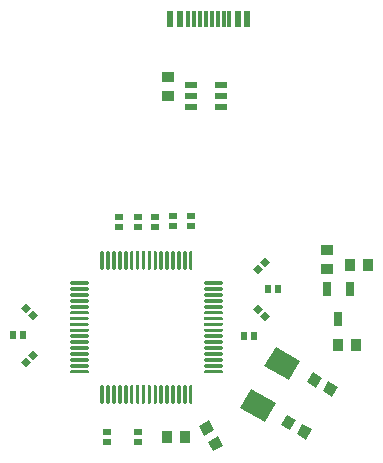
<source format=gbr>
%TF.GenerationSoftware,KiCad,Pcbnew,(5.1.8)-1*%
%TF.CreationDate,2021-05-09T22:55:32+08:00*%
%TF.ProjectId,ccd_with_stm32,6363645f-7769-4746-985f-73746d33322e,rev?*%
%TF.SameCoordinates,Original*%
%TF.FileFunction,Paste,Top*%
%TF.FilePolarity,Positive*%
%FSLAX46Y46*%
G04 Gerber Fmt 4.6, Leading zero omitted, Abs format (unit mm)*
G04 Created by KiCad (PCBNEW (5.1.8)-1) date 2021-05-09 22:55:32*
%MOMM*%
%LPD*%
G01*
G04 APERTURE LIST*
%ADD10R,0.700000X1.250000*%
%ADD11C,0.100000*%
%ADD12R,0.600000X1.450000*%
%ADD13R,0.300000X1.450000*%
%ADD14R,0.980000X0.930000*%
%ADD15R,0.650000X0.600000*%
%ADD16R,0.600000X0.650000*%
%ADD17R,0.930000X0.980000*%
%ADD18R,1.000000X0.600000*%
G04 APERTURE END LIST*
D10*
%TO.C,U4*%
X152150000Y-109800000D03*
X151200000Y-107300000D03*
X153100000Y-107300000D03*
%TD*%
D11*
%TO.C,Y1*%
G36*
X143835770Y-117373076D02*
G01*
X144785770Y-115727628D01*
X146864230Y-116927628D01*
X145914230Y-118573076D01*
X143835770Y-117373076D01*
G37*
G36*
X145885770Y-113822372D02*
G01*
X146835770Y-112176924D01*
X148914230Y-113376924D01*
X147964230Y-115022372D01*
X145885770Y-113822372D01*
G37*
%TD*%
D12*
%TO.C,U3*%
X137930000Y-84435000D03*
X138730000Y-84435000D03*
X143630000Y-84435000D03*
X144430000Y-84435000D03*
X144430000Y-84435000D03*
X143630000Y-84435000D03*
X138730000Y-84435000D03*
X137930000Y-84435000D03*
D13*
X142930000Y-84435000D03*
X142430000Y-84435000D03*
X141930000Y-84435000D03*
X140930000Y-84435000D03*
X140430000Y-84435000D03*
X139930000Y-84435000D03*
X139430000Y-84435000D03*
X141430000Y-84435000D03*
%TD*%
%TO.C,U2*%
G36*
G01*
X139800000Y-115525000D02*
X139800000Y-116925000D01*
G75*
G02*
X139725000Y-117000000I-75000J0D01*
G01*
X139575000Y-117000000D01*
G75*
G02*
X139500000Y-116925000I0J75000D01*
G01*
X139500000Y-115525000D01*
G75*
G02*
X139575000Y-115450000I75000J0D01*
G01*
X139725000Y-115450000D01*
G75*
G02*
X139800000Y-115525000I0J-75000D01*
G01*
G37*
G36*
G01*
X139300000Y-115525000D02*
X139300000Y-116925000D01*
G75*
G02*
X139225000Y-117000000I-75000J0D01*
G01*
X139075000Y-117000000D01*
G75*
G02*
X139000000Y-116925000I0J75000D01*
G01*
X139000000Y-115525000D01*
G75*
G02*
X139075000Y-115450000I75000J0D01*
G01*
X139225000Y-115450000D01*
G75*
G02*
X139300000Y-115525000I0J-75000D01*
G01*
G37*
G36*
G01*
X138800000Y-115525000D02*
X138800000Y-116925000D01*
G75*
G02*
X138725000Y-117000000I-75000J0D01*
G01*
X138575000Y-117000000D01*
G75*
G02*
X138500000Y-116925000I0J75000D01*
G01*
X138500000Y-115525000D01*
G75*
G02*
X138575000Y-115450000I75000J0D01*
G01*
X138725000Y-115450000D01*
G75*
G02*
X138800000Y-115525000I0J-75000D01*
G01*
G37*
G36*
G01*
X138300000Y-115525000D02*
X138300000Y-116925000D01*
G75*
G02*
X138225000Y-117000000I-75000J0D01*
G01*
X138075000Y-117000000D01*
G75*
G02*
X138000000Y-116925000I0J75000D01*
G01*
X138000000Y-115525000D01*
G75*
G02*
X138075000Y-115450000I75000J0D01*
G01*
X138225000Y-115450000D01*
G75*
G02*
X138300000Y-115525000I0J-75000D01*
G01*
G37*
G36*
G01*
X137800000Y-115525000D02*
X137800000Y-116925000D01*
G75*
G02*
X137725000Y-117000000I-75000J0D01*
G01*
X137575000Y-117000000D01*
G75*
G02*
X137500000Y-116925000I0J75000D01*
G01*
X137500000Y-115525000D01*
G75*
G02*
X137575000Y-115450000I75000J0D01*
G01*
X137725000Y-115450000D01*
G75*
G02*
X137800000Y-115525000I0J-75000D01*
G01*
G37*
G36*
G01*
X137300000Y-115525000D02*
X137300000Y-116925000D01*
G75*
G02*
X137225000Y-117000000I-75000J0D01*
G01*
X137075000Y-117000000D01*
G75*
G02*
X137000000Y-116925000I0J75000D01*
G01*
X137000000Y-115525000D01*
G75*
G02*
X137075000Y-115450000I75000J0D01*
G01*
X137225000Y-115450000D01*
G75*
G02*
X137300000Y-115525000I0J-75000D01*
G01*
G37*
G36*
G01*
X136800000Y-115525000D02*
X136800000Y-116925000D01*
G75*
G02*
X136725000Y-117000000I-75000J0D01*
G01*
X136575000Y-117000000D01*
G75*
G02*
X136500000Y-116925000I0J75000D01*
G01*
X136500000Y-115525000D01*
G75*
G02*
X136575000Y-115450000I75000J0D01*
G01*
X136725000Y-115450000D01*
G75*
G02*
X136800000Y-115525000I0J-75000D01*
G01*
G37*
G36*
G01*
X136300000Y-115525000D02*
X136300000Y-116925000D01*
G75*
G02*
X136225000Y-117000000I-75000J0D01*
G01*
X136075000Y-117000000D01*
G75*
G02*
X136000000Y-116925000I0J75000D01*
G01*
X136000000Y-115525000D01*
G75*
G02*
X136075000Y-115450000I75000J0D01*
G01*
X136225000Y-115450000D01*
G75*
G02*
X136300000Y-115525000I0J-75000D01*
G01*
G37*
G36*
G01*
X135800000Y-115525000D02*
X135800000Y-116925000D01*
G75*
G02*
X135725000Y-117000000I-75000J0D01*
G01*
X135575000Y-117000000D01*
G75*
G02*
X135500000Y-116925000I0J75000D01*
G01*
X135500000Y-115525000D01*
G75*
G02*
X135575000Y-115450000I75000J0D01*
G01*
X135725000Y-115450000D01*
G75*
G02*
X135800000Y-115525000I0J-75000D01*
G01*
G37*
G36*
G01*
X135300000Y-115525000D02*
X135300000Y-116925000D01*
G75*
G02*
X135225000Y-117000000I-75000J0D01*
G01*
X135075000Y-117000000D01*
G75*
G02*
X135000000Y-116925000I0J75000D01*
G01*
X135000000Y-115525000D01*
G75*
G02*
X135075000Y-115450000I75000J0D01*
G01*
X135225000Y-115450000D01*
G75*
G02*
X135300000Y-115525000I0J-75000D01*
G01*
G37*
G36*
G01*
X134800000Y-115525000D02*
X134800000Y-116925000D01*
G75*
G02*
X134725000Y-117000000I-75000J0D01*
G01*
X134575000Y-117000000D01*
G75*
G02*
X134500000Y-116925000I0J75000D01*
G01*
X134500000Y-115525000D01*
G75*
G02*
X134575000Y-115450000I75000J0D01*
G01*
X134725000Y-115450000D01*
G75*
G02*
X134800000Y-115525000I0J-75000D01*
G01*
G37*
G36*
G01*
X134300000Y-115525000D02*
X134300000Y-116925000D01*
G75*
G02*
X134225000Y-117000000I-75000J0D01*
G01*
X134075000Y-117000000D01*
G75*
G02*
X134000000Y-116925000I0J75000D01*
G01*
X134000000Y-115525000D01*
G75*
G02*
X134075000Y-115450000I75000J0D01*
G01*
X134225000Y-115450000D01*
G75*
G02*
X134300000Y-115525000I0J-75000D01*
G01*
G37*
G36*
G01*
X133800000Y-115525000D02*
X133800000Y-116925000D01*
G75*
G02*
X133725000Y-117000000I-75000J0D01*
G01*
X133575000Y-117000000D01*
G75*
G02*
X133500000Y-116925000I0J75000D01*
G01*
X133500000Y-115525000D01*
G75*
G02*
X133575000Y-115450000I75000J0D01*
G01*
X133725000Y-115450000D01*
G75*
G02*
X133800000Y-115525000I0J-75000D01*
G01*
G37*
G36*
G01*
X133300000Y-115525000D02*
X133300000Y-116925000D01*
G75*
G02*
X133225000Y-117000000I-75000J0D01*
G01*
X133075000Y-117000000D01*
G75*
G02*
X133000000Y-116925000I0J75000D01*
G01*
X133000000Y-115525000D01*
G75*
G02*
X133075000Y-115450000I75000J0D01*
G01*
X133225000Y-115450000D01*
G75*
G02*
X133300000Y-115525000I0J-75000D01*
G01*
G37*
G36*
G01*
X132800000Y-115525000D02*
X132800000Y-116925000D01*
G75*
G02*
X132725000Y-117000000I-75000J0D01*
G01*
X132575000Y-117000000D01*
G75*
G02*
X132500000Y-116925000I0J75000D01*
G01*
X132500000Y-115525000D01*
G75*
G02*
X132575000Y-115450000I75000J0D01*
G01*
X132725000Y-115450000D01*
G75*
G02*
X132800000Y-115525000I0J-75000D01*
G01*
G37*
G36*
G01*
X132300000Y-115525000D02*
X132300000Y-116925000D01*
G75*
G02*
X132225000Y-117000000I-75000J0D01*
G01*
X132075000Y-117000000D01*
G75*
G02*
X132000000Y-116925000I0J75000D01*
G01*
X132000000Y-115525000D01*
G75*
G02*
X132075000Y-115450000I75000J0D01*
G01*
X132225000Y-115450000D01*
G75*
G02*
X132300000Y-115525000I0J-75000D01*
G01*
G37*
G36*
G01*
X131000000Y-114225000D02*
X131000000Y-114375000D01*
G75*
G02*
X130925000Y-114450000I-75000J0D01*
G01*
X129525000Y-114450000D01*
G75*
G02*
X129450000Y-114375000I0J75000D01*
G01*
X129450000Y-114225000D01*
G75*
G02*
X129525000Y-114150000I75000J0D01*
G01*
X130925000Y-114150000D01*
G75*
G02*
X131000000Y-114225000I0J-75000D01*
G01*
G37*
G36*
G01*
X131000000Y-113725000D02*
X131000000Y-113875000D01*
G75*
G02*
X130925000Y-113950000I-75000J0D01*
G01*
X129525000Y-113950000D01*
G75*
G02*
X129450000Y-113875000I0J75000D01*
G01*
X129450000Y-113725000D01*
G75*
G02*
X129525000Y-113650000I75000J0D01*
G01*
X130925000Y-113650000D01*
G75*
G02*
X131000000Y-113725000I0J-75000D01*
G01*
G37*
G36*
G01*
X131000000Y-113225000D02*
X131000000Y-113375000D01*
G75*
G02*
X130925000Y-113450000I-75000J0D01*
G01*
X129525000Y-113450000D01*
G75*
G02*
X129450000Y-113375000I0J75000D01*
G01*
X129450000Y-113225000D01*
G75*
G02*
X129525000Y-113150000I75000J0D01*
G01*
X130925000Y-113150000D01*
G75*
G02*
X131000000Y-113225000I0J-75000D01*
G01*
G37*
G36*
G01*
X131000000Y-112725000D02*
X131000000Y-112875000D01*
G75*
G02*
X130925000Y-112950000I-75000J0D01*
G01*
X129525000Y-112950000D01*
G75*
G02*
X129450000Y-112875000I0J75000D01*
G01*
X129450000Y-112725000D01*
G75*
G02*
X129525000Y-112650000I75000J0D01*
G01*
X130925000Y-112650000D01*
G75*
G02*
X131000000Y-112725000I0J-75000D01*
G01*
G37*
G36*
G01*
X131000000Y-112225000D02*
X131000000Y-112375000D01*
G75*
G02*
X130925000Y-112450000I-75000J0D01*
G01*
X129525000Y-112450000D01*
G75*
G02*
X129450000Y-112375000I0J75000D01*
G01*
X129450000Y-112225000D01*
G75*
G02*
X129525000Y-112150000I75000J0D01*
G01*
X130925000Y-112150000D01*
G75*
G02*
X131000000Y-112225000I0J-75000D01*
G01*
G37*
G36*
G01*
X131000000Y-111725000D02*
X131000000Y-111875000D01*
G75*
G02*
X130925000Y-111950000I-75000J0D01*
G01*
X129525000Y-111950000D01*
G75*
G02*
X129450000Y-111875000I0J75000D01*
G01*
X129450000Y-111725000D01*
G75*
G02*
X129525000Y-111650000I75000J0D01*
G01*
X130925000Y-111650000D01*
G75*
G02*
X131000000Y-111725000I0J-75000D01*
G01*
G37*
G36*
G01*
X131000000Y-111225000D02*
X131000000Y-111375000D01*
G75*
G02*
X130925000Y-111450000I-75000J0D01*
G01*
X129525000Y-111450000D01*
G75*
G02*
X129450000Y-111375000I0J75000D01*
G01*
X129450000Y-111225000D01*
G75*
G02*
X129525000Y-111150000I75000J0D01*
G01*
X130925000Y-111150000D01*
G75*
G02*
X131000000Y-111225000I0J-75000D01*
G01*
G37*
G36*
G01*
X131000000Y-110725000D02*
X131000000Y-110875000D01*
G75*
G02*
X130925000Y-110950000I-75000J0D01*
G01*
X129525000Y-110950000D01*
G75*
G02*
X129450000Y-110875000I0J75000D01*
G01*
X129450000Y-110725000D01*
G75*
G02*
X129525000Y-110650000I75000J0D01*
G01*
X130925000Y-110650000D01*
G75*
G02*
X131000000Y-110725000I0J-75000D01*
G01*
G37*
G36*
G01*
X131000000Y-110225000D02*
X131000000Y-110375000D01*
G75*
G02*
X130925000Y-110450000I-75000J0D01*
G01*
X129525000Y-110450000D01*
G75*
G02*
X129450000Y-110375000I0J75000D01*
G01*
X129450000Y-110225000D01*
G75*
G02*
X129525000Y-110150000I75000J0D01*
G01*
X130925000Y-110150000D01*
G75*
G02*
X131000000Y-110225000I0J-75000D01*
G01*
G37*
G36*
G01*
X131000000Y-109725000D02*
X131000000Y-109875000D01*
G75*
G02*
X130925000Y-109950000I-75000J0D01*
G01*
X129525000Y-109950000D01*
G75*
G02*
X129450000Y-109875000I0J75000D01*
G01*
X129450000Y-109725000D01*
G75*
G02*
X129525000Y-109650000I75000J0D01*
G01*
X130925000Y-109650000D01*
G75*
G02*
X131000000Y-109725000I0J-75000D01*
G01*
G37*
G36*
G01*
X131000000Y-109225000D02*
X131000000Y-109375000D01*
G75*
G02*
X130925000Y-109450000I-75000J0D01*
G01*
X129525000Y-109450000D01*
G75*
G02*
X129450000Y-109375000I0J75000D01*
G01*
X129450000Y-109225000D01*
G75*
G02*
X129525000Y-109150000I75000J0D01*
G01*
X130925000Y-109150000D01*
G75*
G02*
X131000000Y-109225000I0J-75000D01*
G01*
G37*
G36*
G01*
X131000000Y-108725000D02*
X131000000Y-108875000D01*
G75*
G02*
X130925000Y-108950000I-75000J0D01*
G01*
X129525000Y-108950000D01*
G75*
G02*
X129450000Y-108875000I0J75000D01*
G01*
X129450000Y-108725000D01*
G75*
G02*
X129525000Y-108650000I75000J0D01*
G01*
X130925000Y-108650000D01*
G75*
G02*
X131000000Y-108725000I0J-75000D01*
G01*
G37*
G36*
G01*
X131000000Y-108225000D02*
X131000000Y-108375000D01*
G75*
G02*
X130925000Y-108450000I-75000J0D01*
G01*
X129525000Y-108450000D01*
G75*
G02*
X129450000Y-108375000I0J75000D01*
G01*
X129450000Y-108225000D01*
G75*
G02*
X129525000Y-108150000I75000J0D01*
G01*
X130925000Y-108150000D01*
G75*
G02*
X131000000Y-108225000I0J-75000D01*
G01*
G37*
G36*
G01*
X131000000Y-107725000D02*
X131000000Y-107875000D01*
G75*
G02*
X130925000Y-107950000I-75000J0D01*
G01*
X129525000Y-107950000D01*
G75*
G02*
X129450000Y-107875000I0J75000D01*
G01*
X129450000Y-107725000D01*
G75*
G02*
X129525000Y-107650000I75000J0D01*
G01*
X130925000Y-107650000D01*
G75*
G02*
X131000000Y-107725000I0J-75000D01*
G01*
G37*
G36*
G01*
X131000000Y-107225000D02*
X131000000Y-107375000D01*
G75*
G02*
X130925000Y-107450000I-75000J0D01*
G01*
X129525000Y-107450000D01*
G75*
G02*
X129450000Y-107375000I0J75000D01*
G01*
X129450000Y-107225000D01*
G75*
G02*
X129525000Y-107150000I75000J0D01*
G01*
X130925000Y-107150000D01*
G75*
G02*
X131000000Y-107225000I0J-75000D01*
G01*
G37*
G36*
G01*
X131000000Y-106725000D02*
X131000000Y-106875000D01*
G75*
G02*
X130925000Y-106950000I-75000J0D01*
G01*
X129525000Y-106950000D01*
G75*
G02*
X129450000Y-106875000I0J75000D01*
G01*
X129450000Y-106725000D01*
G75*
G02*
X129525000Y-106650000I75000J0D01*
G01*
X130925000Y-106650000D01*
G75*
G02*
X131000000Y-106725000I0J-75000D01*
G01*
G37*
G36*
G01*
X132300000Y-104175000D02*
X132300000Y-105575000D01*
G75*
G02*
X132225000Y-105650000I-75000J0D01*
G01*
X132075000Y-105650000D01*
G75*
G02*
X132000000Y-105575000I0J75000D01*
G01*
X132000000Y-104175000D01*
G75*
G02*
X132075000Y-104100000I75000J0D01*
G01*
X132225000Y-104100000D01*
G75*
G02*
X132300000Y-104175000I0J-75000D01*
G01*
G37*
G36*
G01*
X132800000Y-104175000D02*
X132800000Y-105575000D01*
G75*
G02*
X132725000Y-105650000I-75000J0D01*
G01*
X132575000Y-105650000D01*
G75*
G02*
X132500000Y-105575000I0J75000D01*
G01*
X132500000Y-104175000D01*
G75*
G02*
X132575000Y-104100000I75000J0D01*
G01*
X132725000Y-104100000D01*
G75*
G02*
X132800000Y-104175000I0J-75000D01*
G01*
G37*
G36*
G01*
X133300000Y-104175000D02*
X133300000Y-105575000D01*
G75*
G02*
X133225000Y-105650000I-75000J0D01*
G01*
X133075000Y-105650000D01*
G75*
G02*
X133000000Y-105575000I0J75000D01*
G01*
X133000000Y-104175000D01*
G75*
G02*
X133075000Y-104100000I75000J0D01*
G01*
X133225000Y-104100000D01*
G75*
G02*
X133300000Y-104175000I0J-75000D01*
G01*
G37*
G36*
G01*
X133800000Y-104175000D02*
X133800000Y-105575000D01*
G75*
G02*
X133725000Y-105650000I-75000J0D01*
G01*
X133575000Y-105650000D01*
G75*
G02*
X133500000Y-105575000I0J75000D01*
G01*
X133500000Y-104175000D01*
G75*
G02*
X133575000Y-104100000I75000J0D01*
G01*
X133725000Y-104100000D01*
G75*
G02*
X133800000Y-104175000I0J-75000D01*
G01*
G37*
G36*
G01*
X134300000Y-104175000D02*
X134300000Y-105575000D01*
G75*
G02*
X134225000Y-105650000I-75000J0D01*
G01*
X134075000Y-105650000D01*
G75*
G02*
X134000000Y-105575000I0J75000D01*
G01*
X134000000Y-104175000D01*
G75*
G02*
X134075000Y-104100000I75000J0D01*
G01*
X134225000Y-104100000D01*
G75*
G02*
X134300000Y-104175000I0J-75000D01*
G01*
G37*
G36*
G01*
X134800000Y-104175000D02*
X134800000Y-105575000D01*
G75*
G02*
X134725000Y-105650000I-75000J0D01*
G01*
X134575000Y-105650000D01*
G75*
G02*
X134500000Y-105575000I0J75000D01*
G01*
X134500000Y-104175000D01*
G75*
G02*
X134575000Y-104100000I75000J0D01*
G01*
X134725000Y-104100000D01*
G75*
G02*
X134800000Y-104175000I0J-75000D01*
G01*
G37*
G36*
G01*
X135300000Y-104175000D02*
X135300000Y-105575000D01*
G75*
G02*
X135225000Y-105650000I-75000J0D01*
G01*
X135075000Y-105650000D01*
G75*
G02*
X135000000Y-105575000I0J75000D01*
G01*
X135000000Y-104175000D01*
G75*
G02*
X135075000Y-104100000I75000J0D01*
G01*
X135225000Y-104100000D01*
G75*
G02*
X135300000Y-104175000I0J-75000D01*
G01*
G37*
G36*
G01*
X135800000Y-104175000D02*
X135800000Y-105575000D01*
G75*
G02*
X135725000Y-105650000I-75000J0D01*
G01*
X135575000Y-105650000D01*
G75*
G02*
X135500000Y-105575000I0J75000D01*
G01*
X135500000Y-104175000D01*
G75*
G02*
X135575000Y-104100000I75000J0D01*
G01*
X135725000Y-104100000D01*
G75*
G02*
X135800000Y-104175000I0J-75000D01*
G01*
G37*
G36*
G01*
X136300000Y-104175000D02*
X136300000Y-105575000D01*
G75*
G02*
X136225000Y-105650000I-75000J0D01*
G01*
X136075000Y-105650000D01*
G75*
G02*
X136000000Y-105575000I0J75000D01*
G01*
X136000000Y-104175000D01*
G75*
G02*
X136075000Y-104100000I75000J0D01*
G01*
X136225000Y-104100000D01*
G75*
G02*
X136300000Y-104175000I0J-75000D01*
G01*
G37*
G36*
G01*
X136800000Y-104175000D02*
X136800000Y-105575000D01*
G75*
G02*
X136725000Y-105650000I-75000J0D01*
G01*
X136575000Y-105650000D01*
G75*
G02*
X136500000Y-105575000I0J75000D01*
G01*
X136500000Y-104175000D01*
G75*
G02*
X136575000Y-104100000I75000J0D01*
G01*
X136725000Y-104100000D01*
G75*
G02*
X136800000Y-104175000I0J-75000D01*
G01*
G37*
G36*
G01*
X137300000Y-104175000D02*
X137300000Y-105575000D01*
G75*
G02*
X137225000Y-105650000I-75000J0D01*
G01*
X137075000Y-105650000D01*
G75*
G02*
X137000000Y-105575000I0J75000D01*
G01*
X137000000Y-104175000D01*
G75*
G02*
X137075000Y-104100000I75000J0D01*
G01*
X137225000Y-104100000D01*
G75*
G02*
X137300000Y-104175000I0J-75000D01*
G01*
G37*
G36*
G01*
X137800000Y-104175000D02*
X137800000Y-105575000D01*
G75*
G02*
X137725000Y-105650000I-75000J0D01*
G01*
X137575000Y-105650000D01*
G75*
G02*
X137500000Y-105575000I0J75000D01*
G01*
X137500000Y-104175000D01*
G75*
G02*
X137575000Y-104100000I75000J0D01*
G01*
X137725000Y-104100000D01*
G75*
G02*
X137800000Y-104175000I0J-75000D01*
G01*
G37*
G36*
G01*
X138300000Y-104175000D02*
X138300000Y-105575000D01*
G75*
G02*
X138225000Y-105650000I-75000J0D01*
G01*
X138075000Y-105650000D01*
G75*
G02*
X138000000Y-105575000I0J75000D01*
G01*
X138000000Y-104175000D01*
G75*
G02*
X138075000Y-104100000I75000J0D01*
G01*
X138225000Y-104100000D01*
G75*
G02*
X138300000Y-104175000I0J-75000D01*
G01*
G37*
G36*
G01*
X138800000Y-104175000D02*
X138800000Y-105575000D01*
G75*
G02*
X138725000Y-105650000I-75000J0D01*
G01*
X138575000Y-105650000D01*
G75*
G02*
X138500000Y-105575000I0J75000D01*
G01*
X138500000Y-104175000D01*
G75*
G02*
X138575000Y-104100000I75000J0D01*
G01*
X138725000Y-104100000D01*
G75*
G02*
X138800000Y-104175000I0J-75000D01*
G01*
G37*
G36*
G01*
X139300000Y-104175000D02*
X139300000Y-105575000D01*
G75*
G02*
X139225000Y-105650000I-75000J0D01*
G01*
X139075000Y-105650000D01*
G75*
G02*
X139000000Y-105575000I0J75000D01*
G01*
X139000000Y-104175000D01*
G75*
G02*
X139075000Y-104100000I75000J0D01*
G01*
X139225000Y-104100000D01*
G75*
G02*
X139300000Y-104175000I0J-75000D01*
G01*
G37*
G36*
G01*
X139800000Y-104175000D02*
X139800000Y-105575000D01*
G75*
G02*
X139725000Y-105650000I-75000J0D01*
G01*
X139575000Y-105650000D01*
G75*
G02*
X139500000Y-105575000I0J75000D01*
G01*
X139500000Y-104175000D01*
G75*
G02*
X139575000Y-104100000I75000J0D01*
G01*
X139725000Y-104100000D01*
G75*
G02*
X139800000Y-104175000I0J-75000D01*
G01*
G37*
G36*
G01*
X142350000Y-106725000D02*
X142350000Y-106875000D01*
G75*
G02*
X142275000Y-106950000I-75000J0D01*
G01*
X140875000Y-106950000D01*
G75*
G02*
X140800000Y-106875000I0J75000D01*
G01*
X140800000Y-106725000D01*
G75*
G02*
X140875000Y-106650000I75000J0D01*
G01*
X142275000Y-106650000D01*
G75*
G02*
X142350000Y-106725000I0J-75000D01*
G01*
G37*
G36*
G01*
X142350000Y-107225000D02*
X142350000Y-107375000D01*
G75*
G02*
X142275000Y-107450000I-75000J0D01*
G01*
X140875000Y-107450000D01*
G75*
G02*
X140800000Y-107375000I0J75000D01*
G01*
X140800000Y-107225000D01*
G75*
G02*
X140875000Y-107150000I75000J0D01*
G01*
X142275000Y-107150000D01*
G75*
G02*
X142350000Y-107225000I0J-75000D01*
G01*
G37*
G36*
G01*
X142350000Y-107725000D02*
X142350000Y-107875000D01*
G75*
G02*
X142275000Y-107950000I-75000J0D01*
G01*
X140875000Y-107950000D01*
G75*
G02*
X140800000Y-107875000I0J75000D01*
G01*
X140800000Y-107725000D01*
G75*
G02*
X140875000Y-107650000I75000J0D01*
G01*
X142275000Y-107650000D01*
G75*
G02*
X142350000Y-107725000I0J-75000D01*
G01*
G37*
G36*
G01*
X142350000Y-108225000D02*
X142350000Y-108375000D01*
G75*
G02*
X142275000Y-108450000I-75000J0D01*
G01*
X140875000Y-108450000D01*
G75*
G02*
X140800000Y-108375000I0J75000D01*
G01*
X140800000Y-108225000D01*
G75*
G02*
X140875000Y-108150000I75000J0D01*
G01*
X142275000Y-108150000D01*
G75*
G02*
X142350000Y-108225000I0J-75000D01*
G01*
G37*
G36*
G01*
X142350000Y-108725000D02*
X142350000Y-108875000D01*
G75*
G02*
X142275000Y-108950000I-75000J0D01*
G01*
X140875000Y-108950000D01*
G75*
G02*
X140800000Y-108875000I0J75000D01*
G01*
X140800000Y-108725000D01*
G75*
G02*
X140875000Y-108650000I75000J0D01*
G01*
X142275000Y-108650000D01*
G75*
G02*
X142350000Y-108725000I0J-75000D01*
G01*
G37*
G36*
G01*
X142350000Y-109225000D02*
X142350000Y-109375000D01*
G75*
G02*
X142275000Y-109450000I-75000J0D01*
G01*
X140875000Y-109450000D01*
G75*
G02*
X140800000Y-109375000I0J75000D01*
G01*
X140800000Y-109225000D01*
G75*
G02*
X140875000Y-109150000I75000J0D01*
G01*
X142275000Y-109150000D01*
G75*
G02*
X142350000Y-109225000I0J-75000D01*
G01*
G37*
G36*
G01*
X142350000Y-109725000D02*
X142350000Y-109875000D01*
G75*
G02*
X142275000Y-109950000I-75000J0D01*
G01*
X140875000Y-109950000D01*
G75*
G02*
X140800000Y-109875000I0J75000D01*
G01*
X140800000Y-109725000D01*
G75*
G02*
X140875000Y-109650000I75000J0D01*
G01*
X142275000Y-109650000D01*
G75*
G02*
X142350000Y-109725000I0J-75000D01*
G01*
G37*
G36*
G01*
X142350000Y-110225000D02*
X142350000Y-110375000D01*
G75*
G02*
X142275000Y-110450000I-75000J0D01*
G01*
X140875000Y-110450000D01*
G75*
G02*
X140800000Y-110375000I0J75000D01*
G01*
X140800000Y-110225000D01*
G75*
G02*
X140875000Y-110150000I75000J0D01*
G01*
X142275000Y-110150000D01*
G75*
G02*
X142350000Y-110225000I0J-75000D01*
G01*
G37*
G36*
G01*
X142350000Y-110725000D02*
X142350000Y-110875000D01*
G75*
G02*
X142275000Y-110950000I-75000J0D01*
G01*
X140875000Y-110950000D01*
G75*
G02*
X140800000Y-110875000I0J75000D01*
G01*
X140800000Y-110725000D01*
G75*
G02*
X140875000Y-110650000I75000J0D01*
G01*
X142275000Y-110650000D01*
G75*
G02*
X142350000Y-110725000I0J-75000D01*
G01*
G37*
G36*
G01*
X142350000Y-111225000D02*
X142350000Y-111375000D01*
G75*
G02*
X142275000Y-111450000I-75000J0D01*
G01*
X140875000Y-111450000D01*
G75*
G02*
X140800000Y-111375000I0J75000D01*
G01*
X140800000Y-111225000D01*
G75*
G02*
X140875000Y-111150000I75000J0D01*
G01*
X142275000Y-111150000D01*
G75*
G02*
X142350000Y-111225000I0J-75000D01*
G01*
G37*
G36*
G01*
X142350000Y-111725000D02*
X142350000Y-111875000D01*
G75*
G02*
X142275000Y-111950000I-75000J0D01*
G01*
X140875000Y-111950000D01*
G75*
G02*
X140800000Y-111875000I0J75000D01*
G01*
X140800000Y-111725000D01*
G75*
G02*
X140875000Y-111650000I75000J0D01*
G01*
X142275000Y-111650000D01*
G75*
G02*
X142350000Y-111725000I0J-75000D01*
G01*
G37*
G36*
G01*
X142350000Y-112225000D02*
X142350000Y-112375000D01*
G75*
G02*
X142275000Y-112450000I-75000J0D01*
G01*
X140875000Y-112450000D01*
G75*
G02*
X140800000Y-112375000I0J75000D01*
G01*
X140800000Y-112225000D01*
G75*
G02*
X140875000Y-112150000I75000J0D01*
G01*
X142275000Y-112150000D01*
G75*
G02*
X142350000Y-112225000I0J-75000D01*
G01*
G37*
G36*
G01*
X142350000Y-112725000D02*
X142350000Y-112875000D01*
G75*
G02*
X142275000Y-112950000I-75000J0D01*
G01*
X140875000Y-112950000D01*
G75*
G02*
X140800000Y-112875000I0J75000D01*
G01*
X140800000Y-112725000D01*
G75*
G02*
X140875000Y-112650000I75000J0D01*
G01*
X142275000Y-112650000D01*
G75*
G02*
X142350000Y-112725000I0J-75000D01*
G01*
G37*
G36*
G01*
X142350000Y-113225000D02*
X142350000Y-113375000D01*
G75*
G02*
X142275000Y-113450000I-75000J0D01*
G01*
X140875000Y-113450000D01*
G75*
G02*
X140800000Y-113375000I0J75000D01*
G01*
X140800000Y-113225000D01*
G75*
G02*
X140875000Y-113150000I75000J0D01*
G01*
X142275000Y-113150000D01*
G75*
G02*
X142350000Y-113225000I0J-75000D01*
G01*
G37*
G36*
G01*
X142350000Y-113725000D02*
X142350000Y-113875000D01*
G75*
G02*
X142275000Y-113950000I-75000J0D01*
G01*
X140875000Y-113950000D01*
G75*
G02*
X140800000Y-113875000I0J75000D01*
G01*
X140800000Y-113725000D01*
G75*
G02*
X140875000Y-113650000I75000J0D01*
G01*
X142275000Y-113650000D01*
G75*
G02*
X142350000Y-113725000I0J-75000D01*
G01*
G37*
G36*
G01*
X142350000Y-114225000D02*
X142350000Y-114375000D01*
G75*
G02*
X142275000Y-114450000I-75000J0D01*
G01*
X140875000Y-114450000D01*
G75*
G02*
X140800000Y-114375000I0J75000D01*
G01*
X140800000Y-114225000D01*
G75*
G02*
X140875000Y-114150000I75000J0D01*
G01*
X142275000Y-114150000D01*
G75*
G02*
X142350000Y-114225000I0J-75000D01*
G01*
G37*
%TD*%
D14*
%TO.C,R23*%
X151150000Y-105570000D03*
X151150000Y-104030000D03*
%TD*%
D15*
%TO.C,R21*%
X133600000Y-101175000D03*
X133600000Y-102025000D03*
%TD*%
%TO.C,R20*%
X135200000Y-120225000D03*
X135200000Y-119375000D03*
%TD*%
%TO.C,R18*%
X135200000Y-101175000D03*
X135200000Y-102025000D03*
%TD*%
%TO.C,R17*%
X132600000Y-120225000D03*
X132600000Y-119375000D03*
%TD*%
D11*
%TO.C,R15*%
G36*
X125681802Y-113058578D02*
G01*
X126141422Y-113518198D01*
X125717158Y-113942462D01*
X125257538Y-113482842D01*
X125681802Y-113058578D01*
G37*
G36*
X126282842Y-112457538D02*
G01*
X126742462Y-112917158D01*
X126318198Y-113341422D01*
X125858578Y-112881802D01*
X126282842Y-112457538D01*
G37*
%TD*%
D16*
%TO.C,R14*%
X124575000Y-111200000D03*
X125425000Y-111200000D03*
%TD*%
D11*
%TO.C,R13*%
G36*
X126141422Y-108881802D02*
G01*
X125681802Y-109341422D01*
X125257538Y-108917158D01*
X125717158Y-108457538D01*
X126141422Y-108881802D01*
G37*
G36*
X126742462Y-109482842D02*
G01*
X126282842Y-109942462D01*
X125858578Y-109518198D01*
X126318198Y-109058578D01*
X126742462Y-109482842D01*
G37*
%TD*%
D15*
%TO.C,R12*%
X136600000Y-101175000D03*
X136600000Y-102025000D03*
%TD*%
%TO.C,R10*%
X138150000Y-101125000D03*
X138150000Y-101975000D03*
%TD*%
%TO.C,R9*%
X139650000Y-101125000D03*
X139650000Y-101975000D03*
%TD*%
D11*
%TO.C,R8*%
G36*
X145970618Y-105435847D02*
G01*
X145503047Y-104984319D01*
X145919842Y-104552715D01*
X146387413Y-105004243D01*
X145970618Y-105435847D01*
G37*
G36*
X145380158Y-106047285D02*
G01*
X144912587Y-105595757D01*
X145329382Y-105164153D01*
X145796953Y-105615681D01*
X145380158Y-106047285D01*
G37*
%TD*%
D16*
%TO.C,R7*%
X147075000Y-107300000D03*
X146225000Y-107300000D03*
%TD*%
D11*
%TO.C,R6*%
G36*
X145508578Y-109618198D02*
G01*
X145968198Y-109158578D01*
X146392462Y-109582842D01*
X145932842Y-110042462D01*
X145508578Y-109618198D01*
G37*
G36*
X144907538Y-109017158D02*
G01*
X145367158Y-108557538D01*
X145791422Y-108981802D01*
X145331802Y-109441422D01*
X144907538Y-109017158D01*
G37*
%TD*%
D16*
%TO.C,R4*%
X144175000Y-111300000D03*
X145025000Y-111300000D03*
%TD*%
D17*
%TO.C,R3*%
X137650000Y-119860000D03*
X139190000Y-119860000D03*
%TD*%
%TO.C,R2*%
X153670000Y-112050000D03*
X152130000Y-112050000D03*
%TD*%
%TO.C,R1*%
X153130000Y-105300000D03*
X154670000Y-105300000D03*
%TD*%
D18*
%TO.C,PS1*%
X142240000Y-91900000D03*
X142240000Y-90950000D03*
X142240000Y-90000000D03*
X139640000Y-90000000D03*
X139640000Y-90950000D03*
X139640000Y-91900000D03*
%TD*%
D11*
%TO.C,C10*%
G36*
X141088148Y-120239138D02*
G01*
X141936852Y-119749138D01*
X142401852Y-120554542D01*
X141553148Y-121044542D01*
X141088148Y-120239138D01*
G37*
G36*
X140318148Y-118905458D02*
G01*
X141166852Y-118415458D01*
X141631852Y-119220862D01*
X140783148Y-119710862D01*
X140318148Y-118905458D01*
G37*
%TD*%
%TO.C,C9*%
G36*
X150780862Y-114808148D02*
G01*
X150290862Y-115656852D01*
X149485458Y-115191852D01*
X149975458Y-114343148D01*
X150780862Y-114808148D01*
G37*
G36*
X152114542Y-115578148D02*
G01*
X151624542Y-116426852D01*
X150819138Y-115961852D01*
X151309138Y-115113148D01*
X152114542Y-115578148D01*
G37*
%TD*%
%TO.C,C8*%
G36*
X148580862Y-118423148D02*
G01*
X148090862Y-119271852D01*
X147285458Y-118806852D01*
X147775458Y-117958148D01*
X148580862Y-118423148D01*
G37*
G36*
X149914542Y-119193148D02*
G01*
X149424542Y-120041852D01*
X148619138Y-119576852D01*
X149109138Y-118728148D01*
X149914542Y-119193148D01*
G37*
%TD*%
D14*
%TO.C,C4*%
X137740000Y-89380000D03*
X137740000Y-90920000D03*
%TD*%
M02*

</source>
